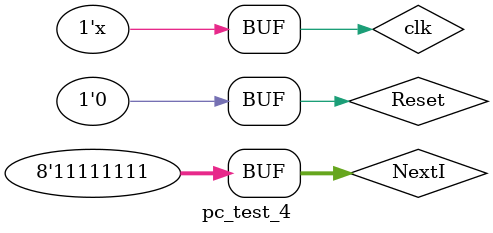
<source format=v>
`timescale 1ns / 1ps


module pc_test_4;

	// Inputs
	reg [7:0] NextI;
	reg clk;
	reg Reset;

	// Outputs
	wire [7:0] NextO;

	// Instantiate the Unit Under Test (UUT)
	pc uut (
		.NextI(NextI), 
		.clk(clk), 
		.Reset(Reset), 
		.NextO(NextO)
	);

	always #10 clk = ~clk;
	initial begin
		// Initialize Inputs
		Reset = 1;
		NextI = 8'b0101_0101;
		clk = 0;

		// Wait 100 ns for global reset to finish
		#100;
		Reset = 0;
		NextI = 8'b0101_0101;
		#100;
		
		NextI = 8'b0101_1111;
		#100;
		
	//	Reset = 0;
		NextI = 8'b1111_0101;
		#100;
		
		//Reset = 0;
		NextI = 8'b1111_1111;

	end      
endmodule



</source>
